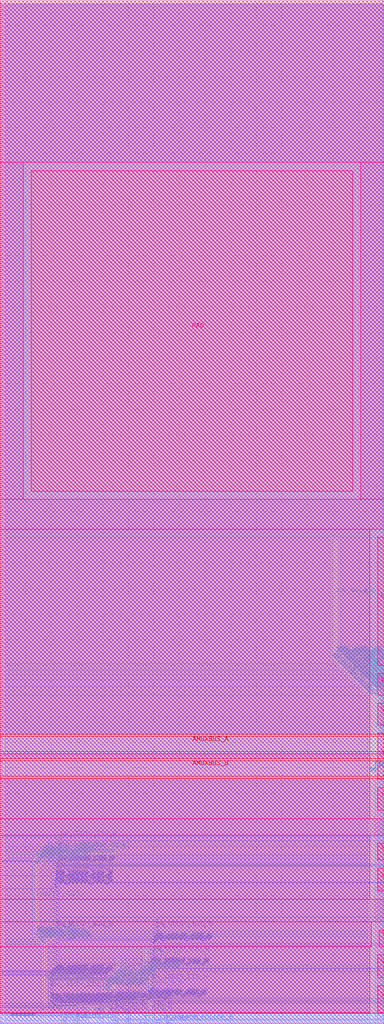
<source format=lef>
# Copyright 2020 The SkyWater PDK Authors
#
# Licensed under the Apache License, Version 2.0 (the "License");
# you may not use this file except in compliance with the License.
# You may obtain a copy of the License at
#
#     https://www.apache.org/licenses/LICENSE-2.0
#
# Unless required by applicable law or agreed to in writing, software
# distributed under the License is distributed on an "AS IS" BASIS,
# WITHOUT WARRANTIES OR CONDITIONS OF ANY KIND, either express or implied.
# See the License for the specific language governing permissions and
# limitations under the License.
#
# SPDX-License-Identifier: Apache-2.0

VERSION 5.7 ;
  NOWIREEXTENSIONATPIN ON ;
  DIVIDERCHAR "/" ;
  BUSBITCHARS "[]" ;
MACRO sky130_fd_io__top_xres4v2
  CLASS PAD ;
  FOREIGN sky130_fd_io__top_xres4v2 ;
  ORIGIN  0.000000  0.000000 ;
  SIZE  75.00000 BY  200.0000 ;
  SYMMETRY R90 ;
  PIN AMUXBUS_A
    DIRECTION INOUT ;
    USE SIGNAL ;
    PORT
      LAYER met4 ;
        RECT 0.000000 53.125000 75.000000 56.105000 ;
    END
  END AMUXBUS_A
  PIN AMUXBUS_B
    DIRECTION INOUT ;
    USE SIGNAL ;
    PORT
      LAYER met4 ;
        RECT 0.000000 48.365000 75.000000 51.345000 ;
    END
  END AMUXBUS_B
  PIN DISABLE_PULLUP_H
    DIRECTION INPUT ;
    USE SIGNAL ;
    PORT
      LAYER met2 ;
        RECT 32.760000 0.000000 33.020000 0.640000 ;
    END
  END DISABLE_PULLUP_H
  PIN ENABLE_H
    DIRECTION INPUT ;
    USE SIGNAL ;
    PORT
      LAYER met2 ;
        RECT 12.285000 0.000000 12.545000 1.470000 ;
    END
  END ENABLE_H
  PIN ENABLE_VDDIO
    DIRECTION INPUT ;
    USE SIGNAL ;
    PORT
      LAYER met3 ;
        RECT 6.775000 16.895000 7.290000 17.410000 ;
    END
    PORT
      LAYER met3 ;
        RECT 6.775000 17.410000 7.295000 31.400000 ;
    END
    PORT
      LAYER met3 ;
        RECT 6.775000 17.410000 7.400000 17.515000 ;
    END
    PORT
      LAYER met3 ;
        RECT 6.775000 17.515000 7.295000 17.620000 ;
    END
    PORT
      LAYER met3 ;
        RECT 6.775000 17.620000 7.295000 31.295000 ;
    END
    PORT
      LAYER met3 ;
        RECT 6.775000 31.400000 7.400000 31.505000 ;
    END
    PORT
      LAYER met3 ;
        RECT 6.775000 31.505000 7.150000 31.880000 ;
    END
    PORT
      LAYER met3 ;
        RECT 6.840000 17.345000 7.505000 17.410000 ;
    END
    PORT
      LAYER met3 ;
        RECT 6.925000 31.505000 7.505000 31.655000 ;
    END
    PORT
      LAYER met3 ;
        RECT 7.150000 31.880000 7.865000 32.595000 ;
    END
    PORT
      LAYER met3 ;
        RECT 7.290000 16.445000 7.740000 16.895000 ;
    END
    PORT
      LAYER met3 ;
        RECT 7.290000 16.895000 7.870000 17.045000 ;
    END
    PORT
      LAYER met3 ;
        RECT 7.295000 17.045000 7.870000 17.620000 ;
    END
    PORT
      LAYER met3 ;
        RECT 7.295000 31.295000 7.880000 31.880000 ;
    END
    PORT
      LAYER met3 ;
        RECT 7.375000 31.955000 7.955000 32.105000 ;
    END
    PORT
      LAYER met3 ;
        RECT 7.440000 16.745000 8.020000 16.895000 ;
    END
    PORT
      LAYER met3 ;
        RECT 7.525000 32.105000 8.105000 32.255000 ;
    END
    PORT
      LAYER met3 ;
        RECT 7.675000 32.255000 8.255000 32.405000 ;
    END
    PORT
      LAYER met3 ;
        RECT 7.740000 15.995000 8.190000 16.445000 ;
    END
    PORT
      LAYER met3 ;
        RECT 7.865000 32.595000 8.450000 33.180000 ;
    END
    PORT
      LAYER met3 ;
        RECT 7.870000 16.585000 8.330000 17.045000 ;
    END
    PORT
      LAYER met3 ;
        RECT 7.880000 31.880000 8.595000 32.595000 ;
    END
    PORT
      LAYER met3 ;
        RECT 7.890000 16.295000 8.470000 16.445000 ;
    END
    PORT
      LAYER met3 ;
        RECT 8.125000 32.705000 8.705000 32.855000 ;
    END
    PORT
      LAYER met3 ;
        RECT 8.190000 15.785000 8.400000 15.995000 ;
    END
    PORT
      LAYER met3 ;
        RECT 8.275000 32.855000 8.855000 33.005000 ;
    END
    PORT
      LAYER met3 ;
        RECT 8.330000 15.995000 8.920000 16.585000 ;
    END
    PORT
      LAYER met3 ;
        RECT 8.400000 0.000000 8.920000 15.785000 ;
    END
    PORT
      LAYER met3 ;
        RECT 8.400000 1.135000 8.920000 15.995000 ;
    END
    PORT
      LAYER met3 ;
        RECT 8.450000 33.180000 8.970000 33.700000 ;
    END
    PORT
      LAYER met3 ;
        RECT 8.595000 32.595000 9.180000 33.180000 ;
    END
    PORT
      LAYER met3 ;
        RECT 8.815000 33.395000 22.275000 33.545000 ;
    END
    PORT
      LAYER met3 ;
        RECT 8.970000 33.700000 9.395000 34.125000 ;
    END
    PORT
      LAYER met3 ;
        RECT 9.115000 33.695000 22.275000 33.845000 ;
    END
    PORT
      LAYER met3 ;
        RECT 9.180000 33.180000 9.395000 33.395000 ;
    END
    PORT
      LAYER met3 ;
        RECT 9.395000 33.995000 22.275000 34.125000 ;
    END
  END ENABLE_VDDIO
  PIN EN_VDDIO_SIG_H
    DIRECTION INPUT ;
    USE SIGNAL ;
    PORT
      LAYER met2 ;
        RECT 10.005000 3.905000 10.350000 4.250000 ;
    END
    PORT
      LAYER met2 ;
        RECT 10.045000 4.250000 10.375000 4.580000 ;
    END
    PORT
      LAYER met2 ;
        RECT 10.085000 9.250000 10.385000 9.320000 ;
    END
    PORT
      LAYER met2 ;
        RECT 10.140000 4.115000 10.440000 4.185000 ;
    END
    PORT
      LAYER met2 ;
        RECT 10.165000 9.400000 10.495000 9.730000 ;
    END
    PORT
      LAYER met2 ;
        RECT 10.210000 4.045000 10.510000 4.115000 ;
    END
    PORT
      LAYER met2 ;
        RECT 10.295000 9.460000 10.595000 9.530000 ;
    END
    PORT
      LAYER met2 ;
        RECT 10.335000 9.200000 10.535000 9.400000 ;
    END
    PORT
      LAYER met2 ;
        RECT 10.350000 3.575000 10.680000 3.905000 ;
    END
    PORT
      LAYER met2 ;
        RECT 10.365000 9.530000 10.665000 9.600000 ;
    END
    PORT
      LAYER met2 ;
        RECT 10.375000 3.930000 10.695000 4.250000 ;
    END
    PORT
      LAYER met2 ;
        RECT 10.420000 3.835000 10.720000 3.905000 ;
    END
    PORT
      LAYER met2 ;
        RECT 10.490000 3.765000 10.790000 3.835000 ;
    END
    PORT
      LAYER met2 ;
        RECT 10.495000 9.730000 10.865000 10.100000 ;
    END
    PORT
      LAYER met2 ;
        RECT 10.535000 9.400000 10.865000 9.730000 ;
    END
    PORT
      LAYER met2 ;
        RECT 10.575000 9.740000 10.875000 9.810000 ;
    END
    PORT
      LAYER met2 ;
        RECT 10.645000 9.810000 10.945000 9.880000 ;
    END
    PORT
      LAYER met2 ;
        RECT 10.650000 26.610000 10.865000 26.825000 ;
    END
    PORT
      LAYER met2 ;
        RECT 10.650000 26.825000 11.125000 27.085000 ;
    END
    PORT
      LAYER met2 ;
        RECT 10.650000 27.085000 10.910000 28.005000 ;
    END
    PORT
      LAYER met2 ;
        RECT 10.650000 27.085000 11.055000 27.155000 ;
    END
    PORT
      LAYER met2 ;
        RECT 10.650000 27.155000 10.985000 27.225000 ;
    END
    PORT
      LAYER met2 ;
        RECT 10.650000 27.295000 10.910000 27.300000 ;
    END
    PORT
      LAYER met2 ;
        RECT 10.650000 27.300000 10.910000 27.935000 ;
    END
    PORT
      LAYER met2 ;
        RECT 10.650000 28.005000 10.980000 28.075000 ;
    END
    PORT
      LAYER met2 ;
        RECT 10.650000 28.075000 11.050000 28.145000 ;
    END
    PORT
      LAYER met2 ;
        RECT 10.650000 28.150000 11.125000 28.410000 ;
    END
    PORT
      LAYER met2 ;
        RECT 10.650000 28.410000 10.865000 28.625000 ;
    END
    PORT
      LAYER met2 ;
        RECT 10.655000 26.820000 11.125000 26.825000 ;
    END
    PORT
      LAYER met2 ;
        RECT 10.680000 3.435000 10.820000 3.575000 ;
    END
    PORT
      LAYER met2 ;
        RECT 10.680000 3.575000 15.025000 3.645000 ;
    END
    PORT
      LAYER met2 ;
        RECT 10.695000 3.695000 10.930000 3.930000 ;
    END
    PORT
      LAYER met2 ;
        RECT 10.715000 9.880000 11.015000 9.950000 ;
    END
    PORT
      LAYER met2 ;
        RECT 10.720000 28.410000 11.125000 28.480000 ;
    END
    PORT
      LAYER met2 ;
        RECT 10.725000 26.750000 11.125000 26.820000 ;
    END
    PORT
      LAYER met2 ;
        RECT 10.790000 28.480000 11.125000 28.550000 ;
    END
    PORT
      LAYER met2 ;
        RECT 10.820000 3.435000 14.885000 3.695000 ;
    END
    PORT
      LAYER met2 ;
        RECT 10.865000 10.045000 11.125000 10.100000 ;
    END
    PORT
      LAYER met2 ;
        RECT 10.865000 10.100000 11.125000 26.610000 ;
    END
    PORT
      LAYER met2 ;
        RECT 10.865000 28.150000 11.125000 31.140000 ;
    END
    PORT
      LAYER met2 ;
        RECT 10.865000 28.620000 11.125000 28.625000 ;
    END
    PORT
      LAYER met2 ;
        RECT 10.865000 28.625000 11.125000 31.085000 ;
    END
    PORT
      LAYER met2 ;
        RECT 10.865000 31.140000 11.180000 31.195000 ;
    END
    PORT
      LAYER met2 ;
        RECT 10.865000 31.195000 11.125000 31.455000 ;
    END
    PORT
      LAYER met2 ;
        RECT 10.865000 9.730000 11.125000 9.990000 ;
    END
    PORT
      LAYER met2 ;
        RECT 10.865000 9.990000 11.125000 27.085000 ;
    END
    PORT
      LAYER met2 ;
        RECT 10.910000 27.085000 11.125000 27.300000 ;
    END
    PORT
      LAYER met2 ;
        RECT 10.910000 27.935000 11.125000 28.150000 ;
    END
    PORT
      LAYER met2 ;
        RECT 11.005000 31.265000 11.305000 31.335000 ;
    END
    PORT
      LAYER met2 ;
        RECT 11.125000 31.085000 11.270000 31.230000 ;
    END
    PORT
      LAYER met2 ;
        RECT 11.125000 31.455000 11.260000 31.590000 ;
    END
    PORT
      LAYER met2 ;
        RECT 11.260000 31.480000 11.520000 36.020000 ;
    END
    PORT
      LAYER met2 ;
        RECT 11.260000 31.535000 11.520000 31.590000 ;
    END
    PORT
      LAYER met2 ;
        RECT 11.260000 36.020000 12.150000 36.280000 ;
    END
    PORT
      LAYER met2 ;
        RECT 11.270000 31.230000 11.495000 31.455000 ;
    END
    PORT
      LAYER met2 ;
        RECT 11.495000 31.455000 11.520000 31.480000 ;
    END
    PORT
      LAYER met2 ;
        RECT 14.775000 3.695000 14.875000 3.795000 ;
    END
    PORT
      LAYER met2 ;
        RECT 14.875000 3.795000 15.145000 4.065000 ;
    END
    PORT
      LAYER met2 ;
        RECT 14.885000 3.435000 15.245000 3.795000 ;
    END
    PORT
      LAYER met2 ;
        RECT 14.985000 3.835000 15.285000 3.905000 ;
    END
    PORT
      LAYER met2 ;
        RECT 15.055000 3.905000 15.355000 3.975000 ;
    END
    PORT
      LAYER met2 ;
        RECT 15.145000 4.065000 15.515000 4.435000 ;
    END
    PORT
      LAYER met2 ;
        RECT 15.245000 3.795000 15.515000 4.065000 ;
    END
    PORT
      LAYER met2 ;
        RECT 15.265000 4.115000 15.565000 4.185000 ;
    END
    PORT
      LAYER met2 ;
        RECT 15.335000 4.185000 15.635000 4.255000 ;
    END
    PORT
      LAYER met2 ;
        RECT 15.405000 4.255000 15.705000 4.325000 ;
    END
    PORT
      LAYER met2 ;
        RECT 15.515000 4.065000 15.885000 4.435000 ;
    END
    PORT
      LAYER met2 ;
        RECT 15.515000 4.435000 15.885000 4.805000 ;
    END
    PORT
      LAYER met2 ;
        RECT 15.615000 4.465000 15.915000 4.535000 ;
    END
    PORT
      LAYER met2 ;
        RECT 15.695000 4.545000 28.765000 4.615000 ;
    END
    PORT
      LAYER met2 ;
        RECT 15.765000 4.615000 28.835000 4.685000 ;
    END
    PORT
      LAYER met2 ;
        RECT 15.885000 4.435000 15.995000 4.545000 ;
    END
    PORT
      LAYER met2 ;
        RECT 15.885000 4.755000 28.975000 4.805000 ;
    END
    PORT
      LAYER met2 ;
        RECT 22.060000 4.245000 22.360000 4.545000 ;
    END
    PORT
      LAYER met2 ;
        RECT 22.065000 4.540000 22.940000 4.545000 ;
    END
    PORT
      LAYER met2 ;
        RECT 22.135000 4.470000 22.870000 4.540000 ;
    END
    PORT
      LAYER met2 ;
        RECT 22.205000 4.400000 22.800000 4.470000 ;
    END
    PORT
      LAYER met2 ;
        RECT 22.345000 4.260000 22.660000 4.330000 ;
    END
    PORT
      LAYER met2 ;
        RECT 22.350000 4.255000 22.660000 4.260000 ;
    END
    PORT
      LAYER met2 ;
        RECT 22.360000 0.000000 22.660000 4.245000 ;
    END
    PORT
      LAYER met2 ;
        RECT 22.360000 1.170000 22.660000 4.805000 ;
    END
    PORT
      LAYER met2 ;
        RECT 22.660000 4.260000 22.945000 4.545000 ;
    END
    PORT
      LAYER met2 ;
        RECT 28.655000 4.805000 28.750000 4.900000 ;
    END
    PORT
      LAYER met2 ;
        RECT 28.750000 4.900000 29.080000 5.230000 ;
    END
    PORT
      LAYER met2 ;
        RECT 28.765000 4.545000 29.120000 4.900000 ;
    END
    PORT
      LAYER met2 ;
        RECT 28.865000 4.945000 29.165000 5.015000 ;
    END
    PORT
      LAYER met2 ;
        RECT 28.935000 5.015000 29.235000 5.085000 ;
    END
    PORT
      LAYER met2 ;
        RECT 29.005000 5.085000 29.305000 5.155000 ;
    END
    PORT
      LAYER met2 ;
        RECT 29.080000 5.230000 29.320000 5.470000 ;
    END
    PORT
      LAYER met2 ;
        RECT 29.120000 4.900000 29.450000 5.230000 ;
    END
    PORT
      LAYER met2 ;
        RECT 29.320000 11.030000 29.635000 11.085000 ;
    END
    PORT
      LAYER met2 ;
        RECT 29.320000 11.085000 29.400000 11.165000 ;
    END
    PORT
      LAYER met2 ;
        RECT 29.320000 5.360000 29.580000 11.030000 ;
    END
    PORT
      LAYER met2 ;
        RECT 29.320000 5.415000 29.580000 5.470000 ;
    END
    PORT
      LAYER met2 ;
        RECT 29.320000 5.470000 29.580000 10.975000 ;
    END
    PORT
      LAYER met2 ;
        RECT 29.400000 11.165000 29.770000 11.535000 ;
    END
    PORT
      LAYER met2 ;
        RECT 29.450000 5.230000 29.580000 5.360000 ;
    END
    PORT
      LAYER met2 ;
        RECT 29.530000 11.225000 29.830000 11.295000 ;
    END
    PORT
      LAYER met2 ;
        RECT 29.580000 10.975000 29.770000 11.165000 ;
    END
    PORT
      LAYER met2 ;
        RECT 29.600000 11.295000 29.900000 11.365000 ;
    END
    PORT
      LAYER met2 ;
        RECT 29.770000 11.165000 30.030000 11.425000 ;
    END
    PORT
      LAYER met2 ;
        RECT 29.770000 11.425000 30.030000 15.700000 ;
    END
    PORT
      LAYER met2 ;
        RECT 29.770000 11.480000 30.030000 11.535000 ;
    END
    PORT
      LAYER met2 ;
        RECT 29.770000 11.535000 30.030000 15.645000 ;
    END
    PORT
      LAYER met2 ;
        RECT 29.770000 15.700000 30.085000 15.755000 ;
    END
    PORT
      LAYER met2 ;
        RECT 29.770000 15.755000 29.995000 15.980000 ;
    END
    PORT
      LAYER met2 ;
        RECT 29.840000 15.755000 30.140000 15.825000 ;
    END
    PORT
      LAYER met2 ;
        RECT 29.910000 15.825000 30.210000 15.895000 ;
    END
    PORT
      LAYER met2 ;
        RECT 29.995000 15.980000 30.365000 16.350000 ;
    END
    PORT
      LAYER met2 ;
        RECT 30.030000 15.645000 30.365000 15.980000 ;
    END
    PORT
      LAYER met2 ;
        RECT 30.120000 16.035000 30.420000 16.105000 ;
    END
    PORT
      LAYER met2 ;
        RECT 30.190000 16.105000 30.490000 16.175000 ;
    END
    PORT
      LAYER met2 ;
        RECT 30.365000 15.980000 30.625000 16.240000 ;
    END
    PORT
      LAYER met2 ;
        RECT 30.365000 16.240000 30.625000 16.350000 ;
    END
    PORT
      LAYER met2 ;
        RECT 30.365000 16.350000 30.625000 20.495000 ;
    END
    PORT
      LAYER met2 ;
        RECT 9.735000 4.250000 10.005000 4.520000 ;
    END
    PORT
      LAYER met2 ;
        RECT 9.735000 4.520000 10.050000 4.575000 ;
    END
    PORT
      LAYER met2 ;
        RECT 9.735000 4.520000 9.995000 8.915000 ;
    END
    PORT
      LAYER met2 ;
        RECT 9.735000 4.575000 9.995000 4.630000 ;
    END
    PORT
      LAYER met2 ;
        RECT 9.735000 4.630000 9.995000 8.860000 ;
    END
    PORT
      LAYER met2 ;
        RECT 9.735000 8.915000 10.050000 8.970000 ;
    END
    PORT
      LAYER met2 ;
        RECT 9.735000 8.970000 9.965000 9.200000 ;
    END
    PORT
      LAYER met2 ;
        RECT 9.790000 4.465000 10.105000 4.520000 ;
    END
    PORT
      LAYER met2 ;
        RECT 9.805000 8.970000 10.105000 9.040000 ;
    END
    PORT
      LAYER met2 ;
        RECT 9.860000 4.395000 10.160000 4.465000 ;
    END
    PORT
      LAYER met2 ;
        RECT 9.875000 9.040000 10.175000 9.110000 ;
    END
    PORT
      LAYER met2 ;
        RECT 9.930000 4.325000 10.230000 4.395000 ;
    END
    PORT
      LAYER met2 ;
        RECT 9.965000 9.200000 10.165000 9.400000 ;
    END
    PORT
      LAYER met2 ;
        RECT 9.995000 8.860000 10.335000 9.200000 ;
    END
  END EN_VDDIO_SIG_H
  PIN FILT_IN_H
    DIRECTION INPUT ;
    USE SIGNAL ;
    PORT
      LAYER met3 ;
        RECT 20.075000 0.000000 21.225000 6.670000 ;
    END
    PORT
      LAYER met3 ;
        RECT 20.075000 3.410000 21.225000 6.820000 ;
    END
    PORT
      LAYER met3 ;
        RECT 20.075000 6.820000 21.375000 6.970000 ;
    END
    PORT
      LAYER met3 ;
        RECT 20.075000 6.970000 21.525000 7.120000 ;
    END
    PORT
      LAYER met3 ;
        RECT 20.075000 7.120000 21.675000 7.150000 ;
    END
    PORT
      LAYER met3 ;
        RECT 20.075000 7.150000 21.060000 8.135000 ;
    END
    PORT
      LAYER met3 ;
        RECT 20.225000 7.150000 21.705000 7.300000 ;
    END
    PORT
      LAYER met3 ;
        RECT 20.375000 7.300000 21.855000 7.450000 ;
    END
    PORT
      LAYER met3 ;
        RECT 20.525000 7.450000 22.005000 7.600000 ;
    END
    PORT
      LAYER met3 ;
        RECT 20.675000 7.600000 22.155000 7.750000 ;
    END
    PORT
      LAYER met3 ;
        RECT 20.825000 7.750000 22.305000 7.900000 ;
    END
    PORT
      LAYER met3 ;
        RECT 21.060000 8.135000 21.340000 8.415000 ;
    END
    PORT
      LAYER met3 ;
        RECT 21.225000 6.670000 22.690000 8.135000 ;
    END
    PORT
      LAYER met3 ;
        RECT 21.340000 8.415000 22.905000 9.980000 ;
    END
    PORT
      LAYER met3 ;
        RECT 21.575000 8.500000 23.055000 8.650000 ;
    END
    PORT
      LAYER met3 ;
        RECT 21.725000 8.650000 23.205000 8.800000 ;
    END
    PORT
      LAYER met3 ;
        RECT 21.875000 8.800000 23.355000 8.950000 ;
    END
    PORT
      LAYER met3 ;
        RECT 22.025000 8.950000 23.505000 9.100000 ;
    END
    PORT
      LAYER met3 ;
        RECT 22.175000 9.100000 23.655000 9.250000 ;
    END
    PORT
      LAYER met3 ;
        RECT 22.325000 9.250000 23.805000 9.400000 ;
    END
    PORT
      LAYER met3 ;
        RECT 22.570000 9.495000 24.050000 9.645000 ;
    END
    PORT
      LAYER met3 ;
        RECT 22.690000 8.135000 22.970000 8.415000 ;
    END
    PORT
      LAYER met3 ;
        RECT 22.720000 9.645000 24.050000 9.795000 ;
    END
    PORT
      LAYER met3 ;
        RECT 22.905000 9.495000 24.050000 9.980000 ;
    END
    PORT
      LAYER met3 ;
        RECT 22.905000 9.980000 24.050000 12.265000 ;
    END
    PORT
      LAYER met3 ;
        RECT 22.970000 8.415000 24.050000 9.495000 ;
    END
  END FILT_IN_H
  PIN INP_SEL_H
    DIRECTION INPUT ;
    USE SIGNAL ;
    PORT
      LAYER met1 ;
        RECT 24.905000 0.000000 25.135000 9.975000 ;
    END
  END INP_SEL_H
  PIN PAD
    DIRECTION INOUT ;
    USE SIGNAL ;
    PORT
      LAYER met5 ;
        RECT 6.100000 104.010000 68.800000 166.625000 ;
    END
  END PAD
  PIN PAD_A_ESD_H
    DIRECTION INOUT ;
    USE SIGNAL ;
    PORT
      LAYER met3 ;
        RECT 17.245000 0.000000 18.910000 3.135000 ;
    END
  END PAD_A_ESD_H
  PIN PULLUP_H
    DIRECTION INOUT ;
    USE SIGNAL ;
    PORT
      LAYER met2 ;
        RECT 14.555000 0.000000 15.135000 0.985000 ;
    END
  END PULLUP_H
  PIN TIE_HI_ESD
    DIRECTION OUTPUT ;
    USE SIGNAL ;
    PORT
      LAYER met2 ;
        RECT 30.505000 0.000000 31.155000 0.330000 ;
    END
  END TIE_HI_ESD
  PIN TIE_LO_ESD
    DIRECTION OUTPUT ;
    USE SIGNAL ;
    PORT
      LAYER met2 ;
        RECT 27.580000 0.000000 28.230000 0.330000 ;
    END
  END TIE_LO_ESD
  PIN TIE_WEAK_HI_H
    DIRECTION INOUT ;
    USE SIGNAL ;
    PORT
      LAYER met3 ;
        RECT 64.860000 70.750000 66.040000 71.930000 ;
    END
    PORT
      LAYER met3 ;
        RECT 64.860000 71.930000 65.990000 72.400000 ;
    END
    PORT
      LAYER met3 ;
        RECT 64.860000 71.930000 66.310000 72.080000 ;
    END
    PORT
      LAYER met3 ;
        RECT 64.860000 72.080000 66.160000 72.230000 ;
    END
    PORT
      LAYER met3 ;
        RECT 64.860000 72.400000 65.990000 94.645000 ;
    END
    PORT
      LAYER met3 ;
        RECT 64.990000 71.800000 66.460000 71.930000 ;
    END
    PORT
      LAYER met3 ;
        RECT 65.140000 71.650000 66.590000 71.800000 ;
    END
    PORT
      LAYER met3 ;
        RECT 65.290000 71.500000 66.740000 71.650000 ;
    END
    PORT
      LAYER met3 ;
        RECT 65.440000 71.350000 66.890000 71.500000 ;
    END
    PORT
      LAYER met3 ;
        RECT 65.590000 71.200000 67.040000 71.350000 ;
    END
    PORT
      LAYER met3 ;
        RECT 65.990000 72.210000 66.180000 72.400000 ;
    END
    PORT
      LAYER met3 ;
        RECT 66.040000 69.400000 67.390000 70.750000 ;
    END
    PORT
      LAYER met3 ;
        RECT 66.040000 70.750000 67.490000 70.900000 ;
    END
    PORT
      LAYER met3 ;
        RECT 66.180000 71.000000 67.390000 72.210000 ;
    END
    PORT
      LAYER met3 ;
        RECT 66.190000 70.600000 67.640000 70.750000 ;
    END
    PORT
      LAYER met3 ;
        RECT 66.340000 70.450000 67.790000 70.600000 ;
    END
    PORT
      LAYER met3 ;
        RECT 66.490000 70.300000 67.940000 70.450000 ;
    END
    PORT
      LAYER met3 ;
        RECT 66.640000 70.150000 68.090000 70.300000 ;
    END
    PORT
      LAYER met3 ;
        RECT 66.940000 69.850000 68.390000 70.000000 ;
    END
    PORT
      LAYER met3 ;
        RECT 67.090000 69.700000 68.540000 69.850000 ;
    END
    PORT
      LAYER met3 ;
        RECT 67.390000 68.535000 68.255000 69.400000 ;
    END
    PORT
      LAYER met3 ;
        RECT 67.390000 69.400000 68.840000 69.550000 ;
    END
    PORT
      LAYER met3 ;
        RECT 67.390000 70.035000 68.355000 71.000000 ;
    END
    PORT
      LAYER met3 ;
        RECT 67.540000 69.250000 68.990000 69.400000 ;
    END
    PORT
      LAYER met3 ;
        RECT 67.690000 69.100000 69.140000 69.250000 ;
    END
    PORT
      LAYER met3 ;
        RECT 67.990000 68.800000 69.440000 68.950000 ;
    END
    PORT
      LAYER met3 ;
        RECT 68.255000 67.600000 69.190000 68.535000 ;
    END
    PORT
      LAYER met3 ;
        RECT 68.290000 68.500000 69.740000 68.650000 ;
    END
    PORT
      LAYER met3 ;
        RECT 68.355000 69.085000 69.305000 70.035000 ;
    END
    PORT
      LAYER met3 ;
        RECT 68.440000 68.350000 69.890000 68.500000 ;
    END
    PORT
      LAYER met3 ;
        RECT 68.590000 68.200000 70.040000 68.350000 ;
    END
    PORT
      LAYER met3 ;
        RECT 68.740000 68.050000 70.190000 68.200000 ;
    END
    PORT
      LAYER met3 ;
        RECT 69.190000 66.200000 70.590000 67.600000 ;
    END
    PORT
      LAYER met3 ;
        RECT 69.190000 67.600000 70.640000 67.750000 ;
    END
    PORT
      LAYER met3 ;
        RECT 69.305000 67.800000 70.590000 69.085000 ;
    END
    PORT
      LAYER met3 ;
        RECT 69.340000 67.450000 70.790000 67.600000 ;
    END
    PORT
      LAYER met3 ;
        RECT 69.490000 67.300000 70.940000 67.450000 ;
    END
    PORT
      LAYER met3 ;
        RECT 69.640000 67.150000 71.090000 67.300000 ;
    END
    PORT
      LAYER met3 ;
        RECT 69.790000 67.000000 71.240000 67.150000 ;
    END
    PORT
      LAYER met3 ;
        RECT 69.940000 66.850000 71.390000 67.000000 ;
    END
    PORT
      LAYER met3 ;
        RECT 70.090000 66.700000 71.540000 66.850000 ;
    END
    PORT
      LAYER met3 ;
        RECT 70.240000 66.550000 71.690000 66.700000 ;
    END
    PORT
      LAYER met3 ;
        RECT 70.390000 66.400000 71.840000 66.550000 ;
    END
    PORT
      LAYER met3 ;
        RECT 70.590000 64.600000 72.190000 66.200000 ;
    END
    PORT
      LAYER met3 ;
        RECT 70.590000 66.200000 72.190000 67.800000 ;
    END
    PORT
      LAYER met3 ;
        RECT 70.840000 65.950000 72.290000 66.100000 ;
    END
    PORT
      LAYER met3 ;
        RECT 70.990000 65.800000 72.440000 65.950000 ;
    END
    PORT
      LAYER met3 ;
        RECT 71.140000 65.650000 72.590000 65.800000 ;
    END
    PORT
      LAYER met3 ;
        RECT 71.290000 65.500000 72.740000 65.650000 ;
    END
    PORT
      LAYER met3 ;
        RECT 71.440000 65.350000 72.890000 65.500000 ;
    END
    PORT
      LAYER met3 ;
        RECT 71.590000 65.200000 73.040000 65.350000 ;
    END
    PORT
      LAYER met3 ;
        RECT 71.740000 65.050000 73.190000 65.200000 ;
    END
    PORT
      LAYER met3 ;
        RECT 71.890000 64.900000 73.340000 65.050000 ;
    END
    PORT
      LAYER met3 ;
        RECT 72.190000 0.000000 73.260000 49.320000 ;
    END
    PORT
      LAYER met3 ;
        RECT 72.190000 0.725000 73.260000 49.470000 ;
    END
    PORT
      LAYER met3 ;
        RECT 72.190000 49.470000 73.410000 49.620000 ;
    END
    PORT
      LAYER met3 ;
        RECT 72.190000 49.620000 73.560000 49.770000 ;
    END
    PORT
      LAYER met3 ;
        RECT 72.190000 49.770000 73.710000 49.920000 ;
    END
    PORT
      LAYER met3 ;
        RECT 72.190000 49.985000 73.925000 64.465000 ;
    END
    PORT
      LAYER met3 ;
        RECT 72.190000 64.465000 73.860000 64.530000 ;
    END
    PORT
      LAYER met3 ;
        RECT 72.190000 64.465000 73.925000 66.200000 ;
    END
    PORT
      LAYER met3 ;
        RECT 72.190000 64.530000 73.795000 64.595000 ;
    END
    PORT
      LAYER met3 ;
        RECT 72.190000 64.595000 73.790000 64.600000 ;
    END
    PORT
      LAYER met3 ;
        RECT 73.260000 49.320000 73.925000 49.985000 ;
    END
  END TIE_WEAK_HI_H
  PIN XRES_H_N
    DIRECTION OUTPUT ;
    USE SIGNAL ;
    PORT
      LAYER met3 ;
        RECT 28.170000 10.145000 28.635000 10.610000 ;
    END
    PORT
      LAYER met3 ;
        RECT 28.170000 10.610000 28.900000 10.910000 ;
    END
    PORT
      LAYER met3 ;
        RECT 28.170000 10.610000 29.050000 10.760000 ;
    END
    PORT
      LAYER met3 ;
        RECT 28.170000 10.910000 28.900000 14.770000 ;
    END
    PORT
      LAYER met3 ;
        RECT 28.185000 10.595000 29.200000 10.610000 ;
    END
    PORT
      LAYER met3 ;
        RECT 28.335000 10.445000 29.215000 10.595000 ;
    END
    PORT
      LAYER met3 ;
        RECT 28.635000 9.845000 28.935000 10.145000 ;
    END
    PORT
      LAYER met3 ;
        RECT 28.900000 10.145000 29.665000 10.910000 ;
    END
    PORT
      LAYER met3 ;
        RECT 28.935000 0.000000 29.665000 9.845000 ;
    END
    PORT
      LAYER met3 ;
        RECT 28.935000 4.005000 29.665000 10.145000 ;
    END
  END XRES_H_N
  PIN VCCD
    DIRECTION INPUT ;
    USE POWER ;
    PORT
      LAYER met5 ;
        RECT 73.730000 8.985000 75.000000 13.435000 ;
    END
  END VCCD
  PIN VCCHIB
    DIRECTION INPUT ;
    USE POWER ;
    PORT
      LAYER met5 ;
        RECT 73.730000 2.135000 75.000000 7.385000 ;
    END
  END VCCHIB
  PIN VDDA
    DIRECTION INPUT ;
    USE POWER ;
    PORT
      LAYER met5 ;
        RECT 74.035000 15.035000 75.000000 18.285000 ;
    END
  END VDDA
  PIN VDDIO
    DIRECTION INPUT ;
    USE POWER ;
    PORT
      LAYER met5 ;
        RECT 73.730000 70.035000 75.000000 94.985000 ;
    END
  END VDDIO
  PIN VDDIO_Q
    DIRECTION INPUT ;
    USE POWER ;
    PORT
      LAYER met5 ;
        RECT 73.730000 64.185000 75.000000 68.435000 ;
    END
  END VDDIO_Q
  PIN VSSA
    DIRECTION INPUT ;
    USE GROUND ;
    PORT
      LAYER met5 ;
        RECT 73.730000 47.735000 75.000000 56.735000 ;
    END
  END VSSA
  PIN VSSD
    DIRECTION INPUT ;
    USE GROUND ;
    PORT
      LAYER met5 ;
        RECT 73.730000 41.685000 75.000000 46.135000 ;
    END
  END VSSD
  PIN VSSIO
    DIRECTION INPUT ;
    USE GROUND ;
    PORT
      LAYER met5 ;
        RECT 73.730000 25.935000 75.000000 30.385000 ;
    END
  END VSSIO
  PIN VSSIO_Q
    DIRECTION INPUT ;
    USE GROUND ;
    PORT
      LAYER met5 ;
        RECT 73.730000 58.335000 75.000000 62.585000 ;
    END
  END VSSIO_Q
  PIN VSWITCH
    DIRECTION INPUT ;
    USE POWER ;
    PORT
      LAYER met5 ;
        RECT 73.730000 31.985000 75.000000 35.235000 ;
    END
  END VSWITCH
  OBS
    LAYER li1 ;
      RECT 0.000000 0.185000 75.000000 199.220000 ;
    LAYER met1 ;
      RECT  0.000000  0.000000 24.625000  10.255000 ;
      RECT  0.000000 10.255000 75.000000 199.210000 ;
      RECT 25.415000  0.000000 75.000000  10.255000 ;
    LAYER met2 ;
      RECT  0.340000  0.000000 12.005000   1.750000 ;
      RECT  0.340000  1.750000 22.080000   3.155000 ;
      RECT  0.340000  3.155000 10.400000   3.295000 ;
      RECT  0.340000  3.295000 10.070000   3.625000 ;
      RECT  0.340000  3.625000  9.725000   3.970000 ;
      RECT  0.340000  3.970000  9.455000   9.480000 ;
      RECT  0.340000  9.480000  9.685000   9.680000 ;
      RECT  0.340000  9.680000  9.885000  10.010000 ;
      RECT  0.340000 10.010000 10.215000  10.380000 ;
      RECT  0.340000 10.380000 10.585000  26.330000 ;
      RECT  0.340000 26.330000 10.370000  28.905000 ;
      RECT  0.340000 28.905000 10.585000  31.735000 ;
      RECT  0.340000 31.735000 10.845000  31.870000 ;
      RECT  0.340000 31.870000 10.980000  36.560000 ;
      RECT  0.340000 36.560000 74.915000 199.210000 ;
      RECT 10.275000  4.860000 15.235000   5.085000 ;
      RECT 10.275000  5.085000 28.375000   5.180000 ;
      RECT 10.275000  5.180000 28.470000   5.510000 ;
      RECT 10.275000  5.510000 28.800000   5.750000 ;
      RECT 10.275000  5.750000 29.040000   8.580000 ;
      RECT 10.615000  8.580000 29.040000   8.920000 ;
      RECT 10.655000  4.530000 14.865000   4.715000 ;
      RECT 10.655000  4.715000 15.235000   4.860000 ;
      RECT 10.815000  8.920000 29.040000   9.120000 ;
      RECT 10.975000  4.210000 14.595000   4.345000 ;
      RECT 10.975000  4.345000 14.865000   4.530000 ;
      RECT 11.145000  9.120000 29.040000   9.450000 ;
      RECT 11.190000 27.580000 74.915000  27.655000 ;
      RECT 11.210000  3.975000 14.495000   4.075000 ;
      RECT 11.210000  4.075000 14.595000   4.210000 ;
      RECT 11.405000  9.450000 29.040000  11.445000 ;
      RECT 11.405000 11.445000 29.120000  11.815000 ;
      RECT 11.405000 11.815000 29.490000  16.260000 ;
      RECT 11.405000 16.260000 29.715000  16.630000 ;
      RECT 11.405000 16.630000 30.085000  20.775000 ;
      RECT 11.405000 20.775000 74.915000  27.580000 ;
      RECT 11.405000 27.655000 74.915000  30.805000 ;
      RECT 11.550000 30.805000 74.915000  30.950000 ;
      RECT 11.775000 30.950000 74.915000  31.175000 ;
      RECT 11.800000 31.175000 74.915000  35.740000 ;
      RECT 12.430000 35.740000 74.915000  36.560000 ;
      RECT 12.825000  0.000000 14.275000   1.265000 ;
      RECT 12.825000  1.265000 22.080000   1.750000 ;
      RECT 15.415000  0.000000 22.080000   1.265000 ;
      RECT 15.525000  3.155000 22.080000   3.515000 ;
      RECT 15.795000  3.515000 22.080000   3.785000 ;
      RECT 16.165000  3.785000 22.080000   3.965000 ;
      RECT 16.165000  3.965000 21.780000   4.155000 ;
      RECT 16.275000  4.155000 21.780000   4.265000 ;
      RECT 22.940000  0.000000 27.300000   0.610000 ;
      RECT 22.940000  0.610000 32.480000   0.920000 ;
      RECT 22.940000  0.920000 74.915000   3.980000 ;
      RECT 23.225000  3.980000 74.915000   4.265000 ;
      RECT 28.510000  0.000000 30.225000   0.610000 ;
      RECT 29.400000  4.265000 74.915000   4.620000 ;
      RECT 29.730000  4.620000 74.915000   4.950000 ;
      RECT 29.860000  4.950000 74.915000  10.695000 ;
      RECT 30.050000 10.695000 74.915000  10.885000 ;
      RECT 30.310000 10.885000 74.915000  15.365000 ;
      RECT 30.645000 15.365000 74.915000  15.700000 ;
      RECT 30.905000 15.700000 74.915000  20.775000 ;
      RECT 31.435000  0.000000 32.480000   0.610000 ;
      RECT 33.300000  0.000000 74.915000   0.920000 ;
    LAYER met3 ;
      RECT  0.965000  0.625000  8.000000  15.385000 ;
      RECT  0.965000 15.385000  7.790000  15.595000 ;
      RECT  0.965000 15.595000  7.340000  16.045000 ;
      RECT  0.965000 16.045000  6.890000  16.495000 ;
      RECT  0.965000 16.495000  6.375000  32.280000 ;
      RECT  0.965000 32.280000  6.750000  32.995000 ;
      RECT  0.965000 32.995000  7.465000  33.580000 ;
      RECT  0.965000 33.580000  8.050000  34.100000 ;
      RECT  0.965000 34.100000  8.570000  34.525000 ;
      RECT  0.965000 34.525000 71.790000  64.200000 ;
      RECT  0.965000 64.200000 70.190000  65.800000 ;
      RECT  0.965000 65.800000 68.790000  67.200000 ;
      RECT  0.965000 67.200000 67.855000  68.135000 ;
      RECT  0.965000 68.135000 66.990000  69.000000 ;
      RECT  0.965000 69.000000 65.640000  70.350000 ;
      RECT  0.965000 70.350000 64.460000  95.045000 ;
      RECT  0.965000 95.045000 74.700000 200.000000 ;
      RECT  7.695000 18.020000 71.790000  30.895000 ;
      RECT  8.270000 17.445000 71.790000  18.020000 ;
      RECT  8.280000 30.895000 71.790000  31.480000 ;
      RECT  8.730000 16.985000 71.790000  17.445000 ;
      RECT  8.995000 31.480000 71.790000  32.195000 ;
      RECT  9.320000  0.625000 16.845000   3.535000 ;
      RECT  9.320000  3.535000 19.675000   8.535000 ;
      RECT  9.320000  8.535000 20.660000   8.815000 ;
      RECT  9.320000  8.815000 20.940000  10.380000 ;
      RECT  9.320000 10.380000 22.505000  12.665000 ;
      RECT  9.320000 12.665000 27.770000  15.170000 ;
      RECT  9.320000 15.170000 71.790000  16.985000 ;
      RECT  9.580000 32.195000 71.790000  32.780000 ;
      RECT  9.795000 32.780000 71.790000  32.995000 ;
      RECT 19.310000  0.625000 19.675000   3.535000 ;
      RECT 21.625000  0.625000 28.535000   6.270000 ;
      RECT 22.675000 32.995000 71.790000  34.525000 ;
      RECT 23.090000  6.270000 28.535000   7.735000 ;
      RECT 23.370000  7.735000 28.535000   8.015000 ;
      RECT 24.450000  8.015000 28.535000   9.445000 ;
      RECT 24.450000  9.445000 28.235000   9.745000 ;
      RECT 24.450000  9.745000 27.770000  12.665000 ;
      RECT 29.300000 11.310000 71.790000  15.170000 ;
      RECT 30.065000  0.625000 71.790000  11.310000 ;
      RECT 66.390000 72.800000 74.700000  95.045000 ;
      RECT 66.580000 72.610000 74.700000  72.800000 ;
      RECT 67.790000 71.400000 74.700000  72.610000 ;
      RECT 68.755000 70.435000 74.700000  71.400000 ;
      RECT 69.705000 69.485000 74.700000  70.435000 ;
      RECT 70.990000 68.200000 74.700000  69.485000 ;
      RECT 72.590000 66.600000 74.700000  68.200000 ;
      RECT 73.660000  0.625000 74.700000  48.920000 ;
      RECT 74.325000 48.920000 74.700000  66.600000 ;
    LAYER met4 ;
      RECT 0.000000  2.035000 75.000000  47.965000 ;
      RECT 0.000000 51.745000 75.000000  52.725000 ;
      RECT 0.000000 56.505000 75.000000 200.000000 ;
    LAYER met5 ;
      RECT  0.000000   2.135000 72.130000  15.035000 ;
      RECT  0.000000  15.035000 72.435000  19.885000 ;
      RECT  0.000000  19.885000 75.000000  24.335000 ;
      RECT  0.000000  24.335000 72.130000  36.835000 ;
      RECT  0.000000  36.835000 75.000000  40.085000 ;
      RECT  0.000000  40.085000 72.130000  96.585000 ;
      RECT  0.000000  96.585000 75.000000 102.410000 ;
      RECT  0.000000 102.410000  4.500000 168.225000 ;
      RECT  0.000000 168.225000 75.000000 200.000000 ;
      RECT 70.400000 102.410000 75.000000 168.225000 ;
  END
END sky130_fd_io__top_xres4v2
END LIBRARY

</source>
